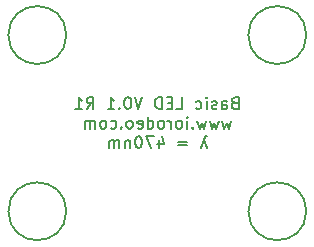
<source format=gbr>
%TF.GenerationSoftware,KiCad,Pcbnew,5.1.7-a382d34a8~87~ubuntu18.04.1*%
%TF.CreationDate,2022-01-02T15:57:33-08:00*%
%TF.ProjectId,basic_led,62617369-635f-46c6-9564-2e6b69636164,rev?*%
%TF.SameCoordinates,Original*%
%TF.FileFunction,Legend,Bot*%
%TF.FilePolarity,Positive*%
%FSLAX46Y46*%
G04 Gerber Fmt 4.6, Leading zero omitted, Abs format (unit mm)*
G04 Created by KiCad (PCBNEW 5.1.7-a382d34a8~87~ubuntu18.04.1) date 2022-01-02 15:57:33*
%MOMM*%
%LPD*%
G01*
G04 APERTURE LIST*
%ADD10C,0.150000*%
G04 APERTURE END LIST*
D10*
X69247619Y-58278571D02*
X69104761Y-58326190D01*
X69057142Y-58373809D01*
X69009523Y-58469047D01*
X69009523Y-58611904D01*
X69057142Y-58707142D01*
X69104761Y-58754761D01*
X69200000Y-58802380D01*
X69580952Y-58802380D01*
X69580952Y-57802380D01*
X69247619Y-57802380D01*
X69152380Y-57850000D01*
X69104761Y-57897619D01*
X69057142Y-57992857D01*
X69057142Y-58088095D01*
X69104761Y-58183333D01*
X69152380Y-58230952D01*
X69247619Y-58278571D01*
X69580952Y-58278571D01*
X68152380Y-58802380D02*
X68152380Y-58278571D01*
X68200000Y-58183333D01*
X68295238Y-58135714D01*
X68485714Y-58135714D01*
X68580952Y-58183333D01*
X68152380Y-58754761D02*
X68247619Y-58802380D01*
X68485714Y-58802380D01*
X68580952Y-58754761D01*
X68628571Y-58659523D01*
X68628571Y-58564285D01*
X68580952Y-58469047D01*
X68485714Y-58421428D01*
X68247619Y-58421428D01*
X68152380Y-58373809D01*
X67723809Y-58754761D02*
X67628571Y-58802380D01*
X67438095Y-58802380D01*
X67342857Y-58754761D01*
X67295238Y-58659523D01*
X67295238Y-58611904D01*
X67342857Y-58516666D01*
X67438095Y-58469047D01*
X67580952Y-58469047D01*
X67676190Y-58421428D01*
X67723809Y-58326190D01*
X67723809Y-58278571D01*
X67676190Y-58183333D01*
X67580952Y-58135714D01*
X67438095Y-58135714D01*
X67342857Y-58183333D01*
X66866666Y-58802380D02*
X66866666Y-58135714D01*
X66866666Y-57802380D02*
X66914285Y-57850000D01*
X66866666Y-57897619D01*
X66819047Y-57850000D01*
X66866666Y-57802380D01*
X66866666Y-57897619D01*
X65961904Y-58754761D02*
X66057142Y-58802380D01*
X66247619Y-58802380D01*
X66342857Y-58754761D01*
X66390476Y-58707142D01*
X66438095Y-58611904D01*
X66438095Y-58326190D01*
X66390476Y-58230952D01*
X66342857Y-58183333D01*
X66247619Y-58135714D01*
X66057142Y-58135714D01*
X65961904Y-58183333D01*
X64295238Y-58802380D02*
X64771428Y-58802380D01*
X64771428Y-57802380D01*
X63961904Y-58278571D02*
X63628571Y-58278571D01*
X63485714Y-58802380D02*
X63961904Y-58802380D01*
X63961904Y-57802380D01*
X63485714Y-57802380D01*
X63057142Y-58802380D02*
X63057142Y-57802380D01*
X62819047Y-57802380D01*
X62676190Y-57850000D01*
X62580952Y-57945238D01*
X62533333Y-58040476D01*
X62485714Y-58230952D01*
X62485714Y-58373809D01*
X62533333Y-58564285D01*
X62580952Y-58659523D01*
X62676190Y-58754761D01*
X62819047Y-58802380D01*
X63057142Y-58802380D01*
X61438095Y-57802380D02*
X61104761Y-58802380D01*
X60771428Y-57802380D01*
X60247619Y-57802380D02*
X60152380Y-57802380D01*
X60057142Y-57850000D01*
X60009523Y-57897619D01*
X59961904Y-57992857D01*
X59914285Y-58183333D01*
X59914285Y-58421428D01*
X59961904Y-58611904D01*
X60009523Y-58707142D01*
X60057142Y-58754761D01*
X60152380Y-58802380D01*
X60247619Y-58802380D01*
X60342857Y-58754761D01*
X60390476Y-58707142D01*
X60438095Y-58611904D01*
X60485714Y-58421428D01*
X60485714Y-58183333D01*
X60438095Y-57992857D01*
X60390476Y-57897619D01*
X60342857Y-57850000D01*
X60247619Y-57802380D01*
X59485714Y-58707142D02*
X59438095Y-58754761D01*
X59485714Y-58802380D01*
X59533333Y-58754761D01*
X59485714Y-58707142D01*
X59485714Y-58802380D01*
X58485714Y-58802380D02*
X59057142Y-58802380D01*
X58771428Y-58802380D02*
X58771428Y-57802380D01*
X58866666Y-57945238D01*
X58961904Y-58040476D01*
X59057142Y-58088095D01*
X56723809Y-58802380D02*
X57057142Y-58326190D01*
X57295238Y-58802380D02*
X57295238Y-57802380D01*
X56914285Y-57802380D01*
X56819047Y-57850000D01*
X56771428Y-57897619D01*
X56723809Y-57992857D01*
X56723809Y-58135714D01*
X56771428Y-58230952D01*
X56819047Y-58278571D01*
X56914285Y-58326190D01*
X57295238Y-58326190D01*
X55771428Y-58802380D02*
X56342857Y-58802380D01*
X56057142Y-58802380D02*
X56057142Y-57802380D01*
X56152380Y-57945238D01*
X56247619Y-58040476D01*
X56342857Y-58088095D01*
X68938095Y-59785714D02*
X68747619Y-60452380D01*
X68557142Y-59976190D01*
X68366666Y-60452380D01*
X68176190Y-59785714D01*
X67890476Y-59785714D02*
X67700000Y-60452380D01*
X67509523Y-59976190D01*
X67319047Y-60452380D01*
X67128571Y-59785714D01*
X66842857Y-59785714D02*
X66652380Y-60452380D01*
X66461904Y-59976190D01*
X66271428Y-60452380D01*
X66080952Y-59785714D01*
X65700000Y-60357142D02*
X65652380Y-60404761D01*
X65700000Y-60452380D01*
X65747619Y-60404761D01*
X65700000Y-60357142D01*
X65700000Y-60452380D01*
X65223809Y-60452380D02*
X65223809Y-59785714D01*
X65223809Y-59452380D02*
X65271428Y-59500000D01*
X65223809Y-59547619D01*
X65176190Y-59500000D01*
X65223809Y-59452380D01*
X65223809Y-59547619D01*
X64604761Y-60452380D02*
X64700000Y-60404761D01*
X64747619Y-60357142D01*
X64795238Y-60261904D01*
X64795238Y-59976190D01*
X64747619Y-59880952D01*
X64700000Y-59833333D01*
X64604761Y-59785714D01*
X64461904Y-59785714D01*
X64366666Y-59833333D01*
X64319047Y-59880952D01*
X64271428Y-59976190D01*
X64271428Y-60261904D01*
X64319047Y-60357142D01*
X64366666Y-60404761D01*
X64461904Y-60452380D01*
X64604761Y-60452380D01*
X63842857Y-60452380D02*
X63842857Y-59785714D01*
X63842857Y-59976190D02*
X63795238Y-59880952D01*
X63747619Y-59833333D01*
X63652380Y-59785714D01*
X63557142Y-59785714D01*
X63080952Y-60452380D02*
X63176190Y-60404761D01*
X63223809Y-60357142D01*
X63271428Y-60261904D01*
X63271428Y-59976190D01*
X63223809Y-59880952D01*
X63176190Y-59833333D01*
X63080952Y-59785714D01*
X62938095Y-59785714D01*
X62842857Y-59833333D01*
X62795238Y-59880952D01*
X62747619Y-59976190D01*
X62747619Y-60261904D01*
X62795238Y-60357142D01*
X62842857Y-60404761D01*
X62938095Y-60452380D01*
X63080952Y-60452380D01*
X61890476Y-60452380D02*
X61890476Y-59452380D01*
X61890476Y-60404761D02*
X61985714Y-60452380D01*
X62176190Y-60452380D01*
X62271428Y-60404761D01*
X62319047Y-60357142D01*
X62366666Y-60261904D01*
X62366666Y-59976190D01*
X62319047Y-59880952D01*
X62271428Y-59833333D01*
X62176190Y-59785714D01*
X61985714Y-59785714D01*
X61890476Y-59833333D01*
X61033333Y-60404761D02*
X61128571Y-60452380D01*
X61319047Y-60452380D01*
X61414285Y-60404761D01*
X61461904Y-60309523D01*
X61461904Y-59928571D01*
X61414285Y-59833333D01*
X61319047Y-59785714D01*
X61128571Y-59785714D01*
X61033333Y-59833333D01*
X60985714Y-59928571D01*
X60985714Y-60023809D01*
X61461904Y-60119047D01*
X60414285Y-60452380D02*
X60509523Y-60404761D01*
X60557142Y-60357142D01*
X60604761Y-60261904D01*
X60604761Y-59976190D01*
X60557142Y-59880952D01*
X60509523Y-59833333D01*
X60414285Y-59785714D01*
X60271428Y-59785714D01*
X60176190Y-59833333D01*
X60128571Y-59880952D01*
X60080952Y-59976190D01*
X60080952Y-60261904D01*
X60128571Y-60357142D01*
X60176190Y-60404761D01*
X60271428Y-60452380D01*
X60414285Y-60452380D01*
X59652380Y-60357142D02*
X59604761Y-60404761D01*
X59652380Y-60452380D01*
X59700000Y-60404761D01*
X59652380Y-60357142D01*
X59652380Y-60452380D01*
X58747619Y-60404761D02*
X58842857Y-60452380D01*
X59033333Y-60452380D01*
X59128571Y-60404761D01*
X59176190Y-60357142D01*
X59223809Y-60261904D01*
X59223809Y-59976190D01*
X59176190Y-59880952D01*
X59128571Y-59833333D01*
X59033333Y-59785714D01*
X58842857Y-59785714D01*
X58747619Y-59833333D01*
X58176190Y-60452380D02*
X58271428Y-60404761D01*
X58319047Y-60357142D01*
X58366666Y-60261904D01*
X58366666Y-59976190D01*
X58319047Y-59880952D01*
X58271428Y-59833333D01*
X58176190Y-59785714D01*
X58033333Y-59785714D01*
X57938095Y-59833333D01*
X57890476Y-59880952D01*
X57842857Y-59976190D01*
X57842857Y-60261904D01*
X57890476Y-60357142D01*
X57938095Y-60404761D01*
X58033333Y-60452380D01*
X58176190Y-60452380D01*
X57414285Y-60452380D02*
X57414285Y-59785714D01*
X57414285Y-59880952D02*
X57366666Y-59833333D01*
X57271428Y-59785714D01*
X57128571Y-59785714D01*
X57033333Y-59833333D01*
X56985714Y-59928571D01*
X56985714Y-60452380D01*
X56985714Y-59928571D02*
X56938095Y-59833333D01*
X56842857Y-59785714D01*
X56700000Y-59785714D01*
X56604761Y-59833333D01*
X56557142Y-59928571D01*
X56557142Y-60452380D01*
X66628571Y-61435714D02*
X66866666Y-62102380D01*
X66866666Y-61102380D02*
X66771428Y-61102380D01*
X66723809Y-61150000D01*
X66628571Y-61435714D01*
X66390476Y-62102380D01*
X65247619Y-61578571D02*
X64485714Y-61578571D01*
X64485714Y-61864285D02*
X65247619Y-61864285D01*
X62819047Y-61435714D02*
X62819047Y-62102380D01*
X63057142Y-61054761D02*
X63295238Y-61769047D01*
X62676190Y-61769047D01*
X62390476Y-61102380D02*
X61723809Y-61102380D01*
X62152380Y-62102380D01*
X61152380Y-61102380D02*
X61057142Y-61102380D01*
X60961904Y-61150000D01*
X60914285Y-61197619D01*
X60866666Y-61292857D01*
X60819047Y-61483333D01*
X60819047Y-61721428D01*
X60866666Y-61911904D01*
X60914285Y-62007142D01*
X60961904Y-62054761D01*
X61057142Y-62102380D01*
X61152380Y-62102380D01*
X61247619Y-62054761D01*
X61295238Y-62007142D01*
X61342857Y-61911904D01*
X61390476Y-61721428D01*
X61390476Y-61483333D01*
X61342857Y-61292857D01*
X61295238Y-61197619D01*
X61247619Y-61150000D01*
X61152380Y-61102380D01*
X60390476Y-61435714D02*
X60390476Y-62102380D01*
X60390476Y-61530952D02*
X60342857Y-61483333D01*
X60247619Y-61435714D01*
X60104761Y-61435714D01*
X60009523Y-61483333D01*
X59961904Y-61578571D01*
X59961904Y-62102380D01*
X59485714Y-62102380D02*
X59485714Y-61435714D01*
X59485714Y-61530952D02*
X59438095Y-61483333D01*
X59342857Y-61435714D01*
X59200000Y-61435714D01*
X59104761Y-61483333D01*
X59057142Y-61578571D01*
X59057142Y-62102380D01*
X59057142Y-61578571D02*
X59009523Y-61483333D01*
X58914285Y-61435714D01*
X58771428Y-61435714D01*
X58676190Y-61483333D01*
X58628571Y-61578571D01*
X58628571Y-62102380D01*
%TO.C,M4*%
X54990000Y-67460000D02*
G75*
G03*
X54990000Y-67460000I-2450000J0D01*
G01*
%TO.C,M3*%
X75310000Y-67460000D02*
G75*
G03*
X75310000Y-67460000I-2450000J0D01*
G01*
%TO.C,M2*%
X75310000Y-52540000D02*
G75*
G03*
X75310000Y-52540000I-2450000J0D01*
G01*
%TO.C,M1*%
X54990000Y-52540000D02*
G75*
G03*
X54990000Y-52540000I-2450000J0D01*
G01*
%TD*%
M02*

</source>
